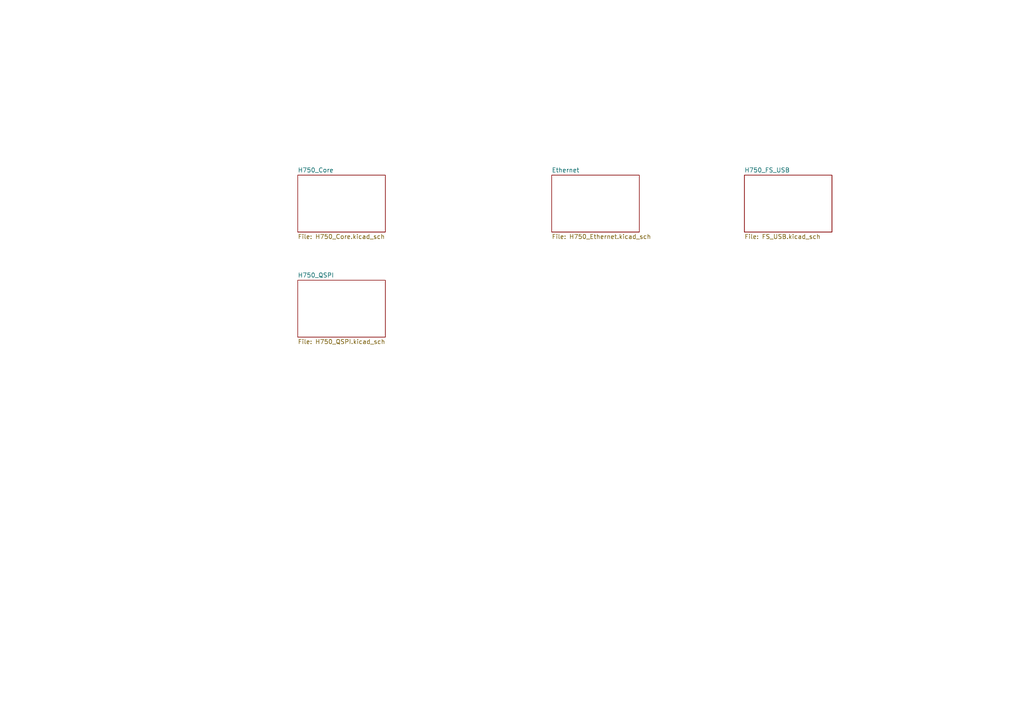
<source format=kicad_sch>
(kicad_sch
	(version 20231120)
	(generator "eeschema")
	(generator_version "8.0")
	(uuid "351b61e0-0dc6-43e4-b310-08a261ff4d1d")
	(paper "A4")
	(lib_symbols)
	(sheet
		(at 86.36 50.8)
		(size 25.4 16.51)
		(fields_autoplaced yes)
		(stroke
			(width 0.1524)
			(type solid)
		)
		(fill
			(color 0 0 0 0.0000)
		)
		(uuid "0ec2d9b4-4170-4d37-8132-2b56b27a6a96")
		(property "Sheetname" "H750_Core"
			(at 86.36 50.0884 0)
			(effects
				(font
					(size 1.27 1.27)
				)
				(justify left bottom)
			)
		)
		(property "Sheetfile" "H750_Core.kicad_sch"
			(at 86.36 67.8946 0)
			(effects
				(font
					(size 1.27 1.27)
				)
				(justify left top)
			)
		)
		(instances
			(project "STM32H750VBT6_Minimalistic_Design"
				(path "/351b61e0-0dc6-43e4-b310-08a261ff4d1d"
					(page "3")
				)
			)
		)
	)
	(sheet
		(at 86.36 81.28)
		(size 25.4 16.51)
		(fields_autoplaced yes)
		(stroke
			(width 0.1524)
			(type solid)
		)
		(fill
			(color 0 0 0 0.0000)
		)
		(uuid "3473c785-0568-4b87-a0c7-8161e1d97663")
		(property "Sheetname" "H750_QSPI"
			(at 86.36 80.5684 0)
			(effects
				(font
					(size 1.27 1.27)
				)
				(justify left bottom)
			)
		)
		(property "Sheetfile" "H750_QSPI.kicad_sch"
			(at 86.36 98.3746 0)
			(effects
				(font
					(size 1.27 1.27)
				)
				(justify left top)
			)
		)
		(instances
			(project "STM32H750VBT6_Minimalistic_Design"
				(path "/351b61e0-0dc6-43e4-b310-08a261ff4d1d"
					(page "5")
				)
			)
		)
	)
	(sheet
		(at 215.9 50.8)
		(size 25.4 16.51)
		(fields_autoplaced yes)
		(stroke
			(width 0.1524)
			(type solid)
		)
		(fill
			(color 0 0 0 0.0000)
		)
		(uuid "4daed595-e717-4d07-89d9-18e97ee7807f")
		(property "Sheetname" "H750_FS_USB"
			(at 215.9 50.0884 0)
			(effects
				(font
					(size 1.27 1.27)
				)
				(justify left bottom)
			)
		)
		(property "Sheetfile" "FS_USB.kicad_sch"
			(at 215.9 67.8946 0)
			(effects
				(font
					(size 1.27 1.27)
				)
				(justify left top)
			)
		)
		(instances
			(project "STM32H750VBT6_Minimalistic_Design"
				(path "/351b61e0-0dc6-43e4-b310-08a261ff4d1d"
					(page "4")
				)
			)
		)
	)
	(sheet
		(at 160.02 50.8)
		(size 25.4 16.51)
		(fields_autoplaced yes)
		(stroke
			(width 0.1524)
			(type solid)
		)
		(fill
			(color 0 0 0 0.0000)
		)
		(uuid "94e4fc2a-4ac1-4988-8be0-25101d17fbfa")
		(property "Sheetname" "Ethernet"
			(at 160.02 50.0884 0)
			(effects
				(font
					(size 1.27 1.27)
				)
				(justify left bottom)
			)
		)
		(property "Sheetfile" "H750_Ethernet.kicad_sch"
			(at 160.02 67.8946 0)
			(effects
				(font
					(size 1.27 1.27)
				)
				(justify left top)
			)
		)
		(instances
			(project "STM32H750VBT6_Minimalistic_Design"
				(path "/351b61e0-0dc6-43e4-b310-08a261ff4d1d"
					(page "3")
				)
			)
		)
	)
	(sheet_instances
		(path "/"
			(page "1")
		)
	)
)

</source>
